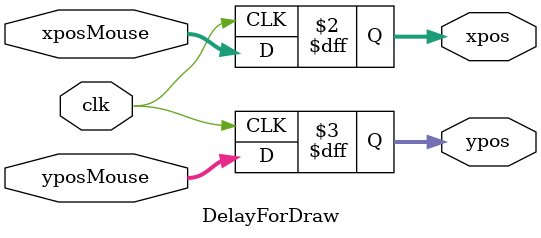
<source format=v>
`timescale 1ns / 1ps

module DelayForDraw(
    input wire clk,
    input wire [11:0] xposMouse,
    input wire [11:0] yposMouse,
    
    output reg [11:0] xpos,
    output reg [11:0] ypos
    );
    
always @(posedge clk) begin
    xpos <= xposMouse;
    ypos <= yposMouse;
    end
endmodule

</source>
